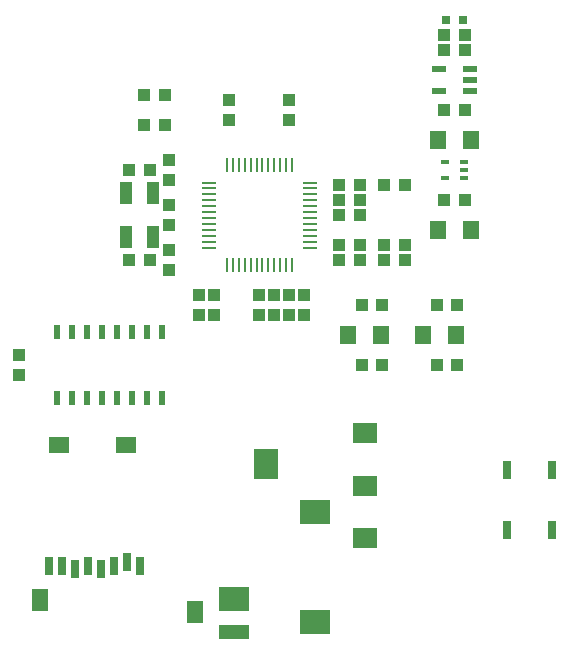
<source format=gbr>
G04 EAGLE Gerber RS-274X export*
G75*
%MOMM*%
%FSLAX34Y34*%
%LPD*%
%INSolderpaste Top*%
%IPPOS*%
%AMOC8*
5,1,8,0,0,1.08239X$1,22.5*%
G01*
%ADD10R,1.200000X0.550000*%
%ADD11R,1.100000X1.000000*%
%ADD12R,1.400000X1.600000*%
%ADD13R,0.800000X0.800000*%
%ADD14R,0.254000X1.143000*%
%ADD15R,1.143000X0.254000*%
%ADD16R,1.100000X1.900000*%
%ADD17R,1.000000X1.100000*%
%ADD18R,0.750000X0.400000*%
%ADD19R,0.685800X0.330200*%
%ADD20R,0.762000X1.524000*%
%ADD21R,2.500000X2.000000*%
%ADD22R,2.000000X2.500000*%
%ADD23R,2.500000X1.200000*%
%ADD24R,1.800000X1.400000*%
%ADD25R,1.400000X1.900000*%
%ADD26R,0.800000X1.500000*%
%ADD27R,0.600000X1.200000*%
%ADD28R,2.006600X1.701800*%


D10*
X444801Y473100D03*
X444801Y482600D03*
X444801Y492100D03*
X418799Y492100D03*
X418799Y473100D03*
D11*
X423300Y457200D03*
X440300Y457200D03*
D12*
X445800Y431800D03*
X417800Y431800D03*
D11*
X440300Y520700D03*
X423300Y520700D03*
D13*
X424300Y533400D03*
X439300Y533400D03*
D14*
X294200Y410800D03*
X289200Y410800D03*
X284200Y410800D03*
X279200Y410800D03*
X274200Y410800D03*
X269200Y410800D03*
X264200Y410800D03*
X259200Y410800D03*
X254200Y410800D03*
X249200Y410800D03*
X244200Y410800D03*
X239200Y410800D03*
D15*
X224200Y395800D03*
X224200Y390800D03*
X224200Y385800D03*
X224200Y380800D03*
X224200Y375800D03*
X224200Y370800D03*
X224200Y365800D03*
X224200Y360800D03*
X224200Y355800D03*
X224200Y350800D03*
X224200Y345800D03*
X224200Y340800D03*
D14*
X239200Y325800D03*
X244200Y325800D03*
X249200Y325800D03*
X254200Y325800D03*
X259200Y325800D03*
X264200Y325800D03*
X269200Y325800D03*
X274200Y325800D03*
X279200Y325800D03*
X284200Y325800D03*
X289200Y325800D03*
X294200Y325800D03*
D15*
X309200Y340800D03*
X309200Y345800D03*
X309200Y350800D03*
X309200Y355800D03*
X309200Y360800D03*
X309200Y365800D03*
X309200Y370800D03*
X309200Y375800D03*
X309200Y380800D03*
X309200Y385800D03*
X309200Y390800D03*
X309200Y395800D03*
D12*
X445800Y355600D03*
X417800Y355600D03*
D11*
X423300Y381000D03*
X440300Y381000D03*
X156600Y330200D03*
X173600Y330200D03*
X173600Y406400D03*
X156600Y406400D03*
D16*
X153600Y386800D03*
X176600Y349800D03*
X176600Y386800D03*
X153600Y349800D03*
D17*
X190500Y376800D03*
X190500Y359800D03*
D11*
X351400Y381000D03*
X334400Y381000D03*
D17*
X228600Y300600D03*
X228600Y283600D03*
X241300Y465700D03*
X241300Y448700D03*
X292100Y448700D03*
X292100Y465700D03*
D11*
X351400Y330200D03*
X334400Y330200D03*
X351400Y393700D03*
X334400Y393700D03*
X351400Y342900D03*
X334400Y342900D03*
X372500Y330200D03*
X389500Y330200D03*
X372500Y393700D03*
X389500Y393700D03*
X372500Y342900D03*
X389500Y342900D03*
D17*
X292100Y283600D03*
X292100Y300600D03*
X279400Y283600D03*
X279400Y300600D03*
D18*
X423550Y399900D03*
X423550Y412900D03*
D19*
X440055Y399669D03*
X440055Y406400D03*
X440055Y413131D03*
D20*
X476250Y101600D03*
X476250Y152400D03*
X514350Y101600D03*
X514350Y152400D03*
D11*
X423300Y508000D03*
X440300Y508000D03*
D17*
X190500Y338700D03*
X190500Y321700D03*
X190500Y397900D03*
X190500Y414900D03*
X215900Y283600D03*
X215900Y300600D03*
X304800Y283600D03*
X304800Y300600D03*
D11*
X334400Y368300D03*
X351400Y368300D03*
D17*
X266700Y300600D03*
X266700Y283600D03*
D11*
X169300Y469900D03*
X186300Y469900D03*
D21*
X313900Y24000D03*
X313900Y117000D03*
X244900Y43000D03*
D22*
X271900Y157500D03*
D23*
X244900Y15000D03*
D24*
X153700Y173800D03*
X96700Y173800D03*
D25*
X80700Y42300D03*
X212200Y32300D03*
D26*
X165600Y70800D03*
X154600Y74800D03*
X143600Y70800D03*
X132600Y68800D03*
X121600Y70800D03*
X110600Y68800D03*
X99600Y70800D03*
X88600Y70800D03*
D27*
X95250Y213300D03*
X107950Y213300D03*
X120650Y213300D03*
X133350Y213300D03*
X146050Y213300D03*
X158750Y213300D03*
X171450Y213300D03*
X184150Y213300D03*
X184150Y269300D03*
X171450Y269300D03*
X158750Y269300D03*
X146050Y269300D03*
X133350Y269300D03*
X120650Y269300D03*
X107950Y269300D03*
X95250Y269300D03*
D11*
X186300Y444500D03*
X169300Y444500D03*
D17*
X63500Y232800D03*
X63500Y249800D03*
D11*
X370450Y241300D03*
X353450Y241300D03*
X433950Y241300D03*
X416950Y241300D03*
X353450Y292100D03*
X370450Y292100D03*
X416950Y292100D03*
X433950Y292100D03*
D12*
X369600Y266700D03*
X341600Y266700D03*
X433100Y266700D03*
X405100Y266700D03*
D28*
X355727Y94615D03*
X355727Y139065D03*
X355727Y183515D03*
M02*

</source>
